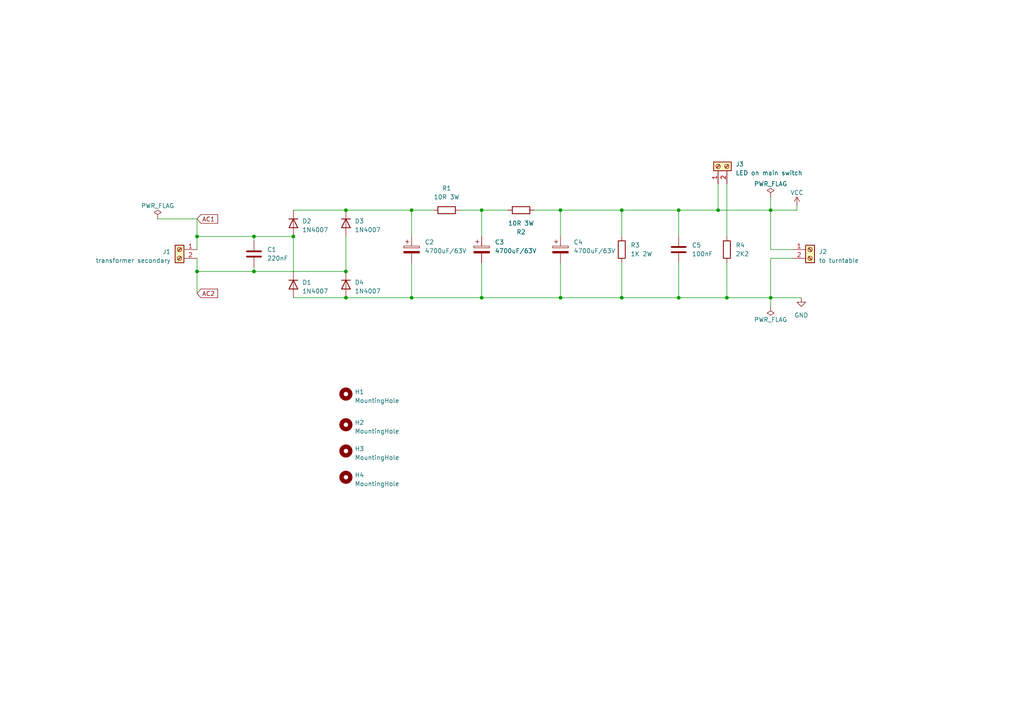
<source format=kicad_sch>
(kicad_sch (version 20231120) (generator "eeschema") (generator_version "8.0")
  (paper "A4")
  (title_block (title "PSU for Technics SL-1210MK2") (date "2024-04-18") (rev "4") (company "Deep Lake Audio") (comment 1 "original schematics by 6L6@diyaudio"))
  (lib_symbols
    (symbol "Connector:Screw_Terminal_01x02" (pin_names (offset 1.016) hide)
      (property "Reference" "J" (at 0 2.54 0))
      (property "Value" "Screw_Terminal_01x02" (at 0 -5.08 0))
      (symbol "Screw_Terminal_01x02_1_1"
        (rectangle (start -1.27 1.27) (end 1.27 -3.81) (stroke (width 0.254)) (fill (type background)))
        (circle (center 0 -2.54) (radius 0.635) (stroke (width 0.1524)))
        (polyline (pts (xy -0.5334 -2.2098) (xy 0.3302 -3.048)) (stroke (width 0.1524)))
        (polyline (pts (xy -0.5334 0.3302) (xy 0.3302 -0.508)) (stroke (width 0.1524)))
        (polyline (pts (xy -0.3556 -2.032) (xy 0.508 -2.8702)) (stroke (width 0.1524)))
        (polyline (pts (xy -0.3556 0.508) (xy 0.508 -0.3302)) (stroke (width 0.1524)))
        (circle (center 0 0) (radius 0.635) (stroke (width 0.1524)))
        (pin passive line (at -5.08 0 0) (length 3.81) (name "Pin_1") (number "1"))
        (pin passive line (at -5.08 -2.54 0) (length 3.81) (name "Pin_2") (number "2"))
      )
    )
    (symbol "Device:C" (pin_numbers hide) (pin_names (offset 0.254))
      (property "Reference" "C" (at 0.635 2.54 0))
      (property "Value" "C" (at 0.635 -2.54 0))
      (symbol "C_0_1"
        (polyline (pts (xy -2.032 -0.762) (xy 2.032 -0.762)) (stroke (width 0.508)))
        (polyline (pts (xy -2.032 0.762) (xy 2.032 0.762)) (stroke (width 0.508)))
      )
      (symbol "C_1_1"
        (pin passive line (at 0 3.81 270) (length 2.794) (name "~") (number "1"))
        (pin passive line (at 0 -3.81 90) (length 2.794) (name "~") (number "2"))
      )
    )
    (symbol "Device:C_Polarized" (pin_numbers hide) (pin_names (offset 0.254))
      (property "Reference" "C" (at 0.635 2.54 0))
      (property "Value" "C_Polarized" (at 0.635 -2.54 0))
      (symbol "C_Polarized_0_1"
        (rectangle (start -2.286 0.508) (end 2.286 1.016))
        (polyline (pts (xy -1.778 2.286) (xy -0.762 2.286)))
        (polyline (pts (xy -1.27 2.794) (xy -1.27 1.778)))
        (rectangle (start 2.286 -0.508) (end -2.286 -1.016) (fill (type outline)))
      )
      (symbol "C_Polarized_1_1"
        (pin passive line (at 0 3.81 270) (length 2.794) (name "~") (number "1"))
        (pin passive line (at 0 -3.81 90) (length 2.794) (name "~") (number "2"))
      )
    )
    (symbol "Device:R" (pin_numbers hide) (pin_names (offset 0))
      (property "Reference" "R" (at 2.032 0 90))
      (property "Value" "R" (at 0 0 90))
      (symbol "R_0_1"
        (rectangle (start -1.016 -2.54) (end 1.016 2.54) (stroke (width 0.254)))
      )
      (symbol "R_1_1"
        (pin passive line (at 0 3.81 270) (length 1.27) (name "~") (number "1"))
        (pin passive line (at 0 -3.81 90) (length 1.27) (name "~") (number "2"))
      )
    )
    (symbol "Diode:1N4007" (pin_numbers hide) (pin_names hide)
      (property "Reference" "D" (at 0 2.54 0))
      (property "Value" "1N4007" (at 0 -2.54 0))
      (symbol "1N4007_0_1"
        (polyline (pts (xy -1.27 1.27) (xy -1.27 -1.27)) (stroke (width 0.254)))
        (polyline (pts (xy 1.27 0) (xy -1.27 0)))
        (polyline (pts (xy 1.27 1.27) (xy 1.27 -1.27) (xy -1.27 0) (xy 1.27 1.27)) (stroke (width 0.254)))
      )
      (symbol "1N4007_1_1"
        (pin passive line (at -3.81 0 0) (length 2.54) (name "K") (number "1"))
        (pin passive line (at 3.81 0 180) (length 2.54) (name "A") (number "2"))
      )
    )
    (symbol "Mechanical:MountingHole" (pin_names (offset 1.016))
      (property "Reference" "H" (at 0 5.08 0))
      (property "Value" "MountingHole" (at 0 3.175 0))
      (symbol "MountingHole_0_1"
        (circle (center 0 0) (radius 1.27) (stroke (width 1.27)))
      )
    )
    (symbol "power:GND" (power) (pin_names (offset 0))
      (property "Value" "GND" (at 0 -3.81 0))
      (symbol "GND_0_1"
        (polyline (pts (xy 0 0) (xy 0 -1.27) (xy 1.27 -1.27) (xy 0 -2.54) (xy -1.27 -1.27) (xy 0 -1.27)))
      )
      (symbol "GND_1_1"
        (pin power_in line (at 0 0 270) (length 0) hide (name "GND") (number "1"))
      )
    )
    (symbol "power:PWR_FLAG" (power) (pin_numbers hide) (pin_names (offset 0) hide)
      (property "Value" "PWR_FLAG" (at 0 3.81 0))
      (symbol "PWR_FLAG_0_0"
        (pin power_out line (at 0 0 90) (length 0) (name "pwr") (number "1"))
      )
      (symbol "PWR_FLAG_0_1"
        (polyline (pts (xy 0 0) (xy 0 1.27) (xy -1.016 1.905) (xy 0 2.54) (xy 1.016 1.905) (xy 0 1.27)))
      )
    )
    (symbol "power:VCC" (power) (pin_names (offset 0))
      (property "Value" "VCC" (at 0 3.81 0))
      (symbol "VCC_0_1"
        (polyline (pts (xy -0.762 1.27) (xy 0 2.54)))
        (polyline (pts (xy 0 0) (xy 0 2.54)))
        (polyline (pts (xy 0 2.54) (xy 0.762 1.27)))
      )
      (symbol "VCC_1_1"
        (pin power_in line (at 0 0 90) (length 0) hide (name "VCC") (number "1"))
      )
    )
  )
  (junction (at 208.28 60.96))
  (junction (at 73.66 68.58))
  (junction (at 100.33 60.96))
  (junction (at 223.52 86.36))
  (junction (at 119.38 60.96))
  (junction (at 180.34 86.36))
  (junction (at 196.85 86.36))
  (junction (at 57.15 78.74))
  (junction (at 196.85 60.96))
  (junction (at 85.09 68.58))
  (junction (at 162.56 60.96))
  (junction (at 119.38 86.36))
  (junction (at 139.7 60.96))
  (junction (at 180.34 60.96))
  (junction (at 162.56 86.36))
  (junction (at 73.66 78.74))
  (junction (at 223.52 60.96))
  (junction (at 57.15 68.58))
  (junction (at 100.33 86.36))
  (junction (at 210.82 86.36))
  (junction (at 100.33 78.74))
  (junction (at 139.7 86.36))
  (wire (pts (xy 210.82 76.2) (xy 210.82 86.36)))
  (wire (pts (xy 139.7 76.2) (xy 139.7 86.36)))
  (wire (pts (xy 73.66 78.74) (xy 100.33 78.74)))
  (wire (pts (xy 223.52 60.96) (xy 223.52 72.39)))
  (wire (pts (xy 162.56 60.96) (xy 154.94 60.96)))
  (wire (pts (xy 162.56 76.2) (xy 162.56 86.36)))
  (wire (pts (xy 162.56 60.96) (xy 162.56 68.58)))
  (wire (pts (xy 180.34 86.36) (xy 162.56 86.36)))
  (wire (pts (xy 73.66 68.58) (xy 73.66 69.85)))
  (wire (pts (xy 196.85 76.2) (xy 196.85 86.36)))
  (wire (pts (xy 100.33 68.58) (xy 100.33 78.74)))
  (wire (pts (xy 223.52 72.39) (xy 229.87 72.39)))
  (wire (pts (xy 119.38 76.2) (xy 119.38 86.36)))
  (wire (pts (xy 223.52 74.93) (xy 229.87 74.93)))
  (wire (pts (xy 57.15 78.74) (xy 73.66 78.74)))
  (wire (pts (xy 119.38 86.36) (xy 100.33 86.36)))
  (wire (pts (xy 119.38 60.96) (xy 119.38 68.58)))
  (wire (pts (xy 139.7 86.36) (xy 119.38 86.36)))
  (wire (pts (xy 57.15 78.74) (xy 57.15 74.93)))
  (wire (pts (xy 73.66 77.47) (xy 73.66 78.74)))
  (wire (pts (xy 223.52 60.96) (xy 231.14 60.96)))
  (wire (pts (xy 180.34 86.36) (xy 196.85 86.36)))
  (wire (pts (xy 57.15 78.74) (xy 57.15 85.09)))
  (wire (pts (xy 73.66 68.58) (xy 85.09 68.58)))
  (wire (pts (xy 231.14 60.96) (xy 231.14 59.69)))
  (wire (pts (xy 180.34 76.2) (xy 180.34 86.36)))
  (wire (pts (xy 57.15 68.58) (xy 57.15 72.39)))
  (wire (pts (xy 180.34 68.58) (xy 180.34 60.96)))
  (wire (pts (xy 139.7 86.36) (xy 162.56 86.36)))
  (wire (pts (xy 210.82 86.36) (xy 223.52 86.36)))
  (wire (pts (xy 180.34 60.96) (xy 196.85 60.96)))
  (wire (pts (xy 223.52 57.15) (xy 223.52 60.96)))
  (wire (pts (xy 223.52 86.36) (xy 223.52 74.93)))
  (wire (pts (xy 139.7 60.96) (xy 147.32 60.96)))
  (wire (pts (xy 196.85 60.96) (xy 208.28 60.96)))
  (wire (pts (xy 139.7 60.96) (xy 139.7 68.58)))
  (wire (pts (xy 85.09 68.58) (xy 85.09 78.74)))
  (wire (pts (xy 223.52 86.36) (xy 223.52 88.9)))
  (wire (pts (xy 57.15 63.5) (xy 57.15 68.58)))
  (wire (pts (xy 210.82 53.34) (xy 210.82 68.58)))
  (wire (pts (xy 57.15 68.58) (xy 73.66 68.58)))
  (wire (pts (xy 45.72 63.5) (xy 57.15 63.5)))
  (wire (pts (xy 162.56 60.96) (xy 180.34 60.96)))
  (wire (pts (xy 119.38 60.96) (xy 125.73 60.96)))
  (wire (pts (xy 133.35 60.96) (xy 139.7 60.96)))
  (wire (pts (xy 223.52 86.36) (xy 232.41 86.36)))
  (wire (pts (xy 196.85 86.36) (xy 210.82 86.36)))
  (wire (pts (xy 100.33 60.96) (xy 119.38 60.96)))
  (wire (pts (xy 208.28 53.34) (xy 208.28 60.96)))
  (wire (pts (xy 196.85 60.96) (xy 196.85 68.58)))
  (wire (pts (xy 85.09 60.96) (xy 100.33 60.96)))
  (wire (pts (xy 208.28 60.96) (xy 223.52 60.96)))
  (wire (pts (xy 100.33 86.36) (xy 85.09 86.36)))
  (global_label "AC1" (shape input) (at 57.15 63.5 0) (property "Intersheetrefs" "${INTERSHEET_REFS}" (effects (hide yes))))
  (global_label "AC2" (shape input) (at 57.15 85.09 0) (property "Intersheetrefs" "${INTERSHEET_REFS}" (effects (hide yes))))
  (symbol (lib_id "power:PWR_FLAG") (at 223.52 88.9 0) (mirror x) (unit 1)
    (property "Reference" "#FLG04" (effects (hide yes)))
    (property "Value" "PWR_FLAG" (at 223.52 92.71 0))
  )
  (symbol (lib_id "Device:C") (at 196.85 72.39 0) (unit 1)
    (property "Reference" "C5" (at 200.66 71.1199 0) (effects (justify left)))
    (property "Value" "100nF" (at 200.66 73.6599 0) (effects (justify left)))
    (property "Footprint" "Capacitor_THT:C_Rect_L18.0mm_W6.0mm_P15.00mm_FKS3_FKP3" (effects (hide yes)))
  )
  (symbol (lib_id "Diode:1N4007") (at 85.09 64.77 270) (unit 1)
    (property "Reference" "D2" (at 87.63 64.135 90) (effects (justify left)))
    (property "Value" "1N4007" (at 87.63 66.675 90) (effects (justify left)))
    (property "Footprint" "Diode_THT:D_DO-41_SOD81_P10.16mm_Horizontal" (effects (hide yes)))
    (property "Datasheet" "http://www.vishay.com/docs/88503/1n4001.pdf" (effects (hide yes)))
    (property "Sim.Device" "D" (effects (hide yes)))
    (property "Sim.Pins" "1=K 2=A" (effects (hide yes)))
  )
  (symbol (lib_id "Diode:1N4007") (at 100.33 82.55 270) (unit 1)
    (property "Reference" "D4" (at 102.87 81.915 90) (effects (justify left)))
    (property "Value" "1N4007" (at 102.87 84.455 90) (effects (justify left)))
    (property "Footprint" "Diode_THT:D_DO-41_SOD81_P10.16mm_Horizontal" (effects (hide yes)))
    (property "Datasheet" "http://www.vishay.com/docs/88503/1n4001.pdf" (effects (hide yes)))
    (property "Sim.Device" "D" (effects (hide yes)))
    (property "Sim.Pins" "1=K 2=A" (effects (hide yes)))
  )
  (symbol (lib_id "Mechanical:MountingHole") (at 100.33 114.3 0) (unit 1)
    (property "Reference" "H1" (at 102.87 113.665 0) (effects (justify left)))
    (property "Value" "MountingHole" (at 102.87 116.205 0) (effects (justify left)))
    (property "Footprint" "MountingHole:MountingHole_3.2mm_M3" (effects (hide yes)))
  )
  (symbol (lib_id "Device:C_Polarized") (at 119.38 72.39 0) (unit 1)
    (property "Reference" "C2" (at 123.19 70.2309 0) (effects (justify left)))
    (property "Value" "4700uF/63V" (at 123.19 72.7709 0) (effects (justify left)))
    (property "Footprint" "Capacitor_THT:CP_Radial_D26.0mm_P10.00mm_SnapIn" (effects (hide yes)))
  )
  (symbol (lib_id "Device:R") (at 151.13 60.96 90) (unit 1)
    (property "Reference" "R2" (at 151.13 67.31 90))
    (property "Value" "10R 3W" (at 151.13 64.77 90))
    (property "Footprint" "Resistor_THT:R_Axial_Power_L25.0mm_W9.0mm_P7.62mm_Vertical" (effects (hide yes)))
  )
  (symbol (lib_id "Device:C_Polarized") (at 162.56 72.39 0) (unit 1)
    (property "Reference" "C4" (at 166.37 70.2309 0) (effects (justify left)))
    (property "Value" "4700uF/63V" (at 166.37 72.7709 0) (effects (justify left)))
    (property "Footprint" "Capacitor_THT:CP_Radial_D26.0mm_P10.00mm_SnapIn" (effects (hide yes)))
  )
  (symbol (lib_id "Device:R") (at 180.34 72.39 0) (unit 1)
    (property "Reference" "R3" (at 182.88 71.1199 0) (effects (justify left)))
    (property "Value" "1K 2W" (at 182.88 73.6599 0) (effects (justify left)))
    (property "Footprint" "Resistor_THT:R_Axial_Power_L20.0mm_W6.4mm_P5.08mm_Vertical" (effects (hide yes)))
  )
  (symbol (lib_id "power:PWR_FLAG") (at 223.52 57.15 0) (unit 1)
    (property "Reference" "#FLG03" (effects (hide yes)))
    (property "Value" "PWR_FLAG" (at 223.52 53.34 0))
  )
  (symbol (lib_id "Device:R") (at 129.54 60.96 90) (mirror x) (unit 1)
    (property "Reference" "R1" (at 129.54 54.61 90))
    (property "Value" "10R 3W" (at 129.54 57.15 90))
    (property "Footprint" "Resistor_THT:R_Axial_Power_L25.0mm_W9.0mm_P7.62mm_Vertical" (effects (hide yes)))
  )
  (symbol (lib_id "Mechanical:MountingHole") (at 100.33 138.43 0) (unit 1)
    (property "Reference" "H4" (at 102.87 137.795 0) (effects (justify left)))
    (property "Value" "MountingHole" (at 102.87 140.335 0) (effects (justify left)))
    (property "Footprint" "MountingHole:MountingHole_3.2mm_M3" (effects (hide yes)))
  )
  (symbol (lib_id "Diode:1N4007") (at 100.33 64.77 270) (unit 1)
    (property "Reference" "D3" (at 102.87 64.135 90) (effects (justify left)))
    (property "Value" "1N4007" (at 102.87 66.675 90) (effects (justify left)))
    (property "Footprint" "Diode_THT:D_DO-41_SOD81_P10.16mm_Horizontal" (effects (hide yes)))
    (property "Datasheet" "http://www.vishay.com/docs/88503/1n4001.pdf" (effects (hide yes)))
    (property "Sim.Device" "D" (effects (hide yes)))
    (property "Sim.Pins" "1=K 2=A" (effects (hide yes)))
  )
  (symbol (lib_id "Diode:1N4007") (at 85.09 82.55 270) (unit 1)
    (property "Reference" "D1" (at 87.63 81.915 90) (effects (justify left)))
    (property "Value" "1N4007" (at 87.63 84.455 90) (effects (justify left)))
    (property "Footprint" "Diode_THT:D_DO-41_SOD81_P10.16mm_Horizontal" (effects (hide yes)))
    (property "Datasheet" "http://www.vishay.com/docs/88503/1n4001.pdf" (effects (hide yes)))
    (property "Sim.Device" "D" (effects (hide yes)))
    (property "Sim.Pins" "1=K 2=A" (effects (hide yes)))
  )
  (symbol (lib_id "Device:C_Polarized") (at 139.7 72.39 0) (unit 1)
    (property "Reference" "C3" (at 143.51 70.2309 0) (effects (justify left)))
    (property "Value" "4700uF/63V" (at 143.51 72.7709 0) (effects (justify left)))
    (property "Footprint" "Capacitor_THT:CP_Radial_D26.0mm_P10.00mm_SnapIn" (effects (hide yes)))
  )
  (symbol (lib_id "Device:R") (at 210.82 72.39 0) (unit 1)
    (property "Reference" "R4" (at 213.36 71.1199 0) (effects (justify left)))
    (property "Value" "2K2" (at 213.36 73.6599 0) (effects (justify left)))
    (property "Footprint" "Resistor_THT:R_Axial_DIN0414_L11.9mm_D4.5mm_P5.08mm_Vertical" (effects (hide yes)))
  )
  (symbol (lib_id "power:GND") (at 232.41 86.36 0) (unit 1)
    (property "Reference" "#PWR04" (effects (hide yes)))
    (property "Value" "GND" (at 232.41 91.44 0))
  )
  (symbol (lib_id "Mechanical:MountingHole") (at 100.33 123.19 0) (unit 1)
    (property "Reference" "H2" (at 102.87 122.555 0) (effects (justify left)))
    (property "Value" "MountingHole" (at 102.87 125.095 0) (effects (justify left)))
    (property "Footprint" "MountingHole:MountingHole_3.2mm_M3" (effects (hide yes)))
  )
  (symbol (lib_id "power:PWR_FLAG") (at 45.72 63.5 0) (unit 1)
    (property "Reference" "#FLG01" (effects (hide yes)))
    (property "Value" "PWR_FLAG" (at 45.72 59.69 0))
  )
  (symbol (lib_id "power:VCC") (at 231.14 59.69 0) (unit 1)
    (property "Reference" "#PWR03" (effects (hide yes)))
    (property "Value" "VCC" (at 231.14 55.88 0))
  )
  (symbol (lib_id "Connector:Screw_Terminal_01x02") (at 52.07 72.39 0) (mirror y) (unit 1)
    (property "Reference" "J1" (at 49.53 73.025 0) (effects (justify left)))
    (property "Value" "transformer secondary" (at 49.53 75.565 0) (effects (justify left)))
    (property "Footprint" "TerminalBlock_RND:TerminalBlock_RND_205-00067_1x02_P7.50mm_Horizontal" (effects (hide yes)))
  )
  (symbol (lib_id "Mechanical:MountingHole") (at 100.33 130.81 0) (unit 1)
    (property "Reference" "H3" (at 102.87 130.175 0) (effects (justify left)))
    (property "Value" "MountingHole" (at 102.87 132.715 0) (effects (justify left)))
    (property "Footprint" "MountingHole:MountingHole_3.2mm_M3" (effects (hide yes)))
  )
  (symbol (lib_id "Connector:Screw_Terminal_01x02") (at 234.95 72.39 0) (unit 1)
    (property "Reference" "J2" (at 237.49 73.025 0) (effects (justify left)))
    (property "Value" "to turntable" (at 237.49 75.565 0) (effects (justify left)))
    (property "Footprint" "TerminalBlock_RND:TerminalBlock_RND_205-00067_1x02_P7.50mm_Horizontal" (effects (hide yes)))
  )
  (symbol (lib_id "Device:C") (at 73.66 73.66 0) (unit 1)
    (property "Reference" "C1" (at 77.47 72.3899 0) (effects (justify left)))
    (property "Value" "220nF" (at 77.47 74.9299 0) (effects (justify left)))
    (property "Footprint" "Capacitor_THT:C_Rect_L26.5mm_W6.0mm_P22.50mm_MKS4" (effects (hide yes)))
  )
  (symbol (lib_id "Connector:Screw_Terminal_01x02") (at 208.28 48.26 90) (unit 1)
    (property "Reference" "J3" (at 213.36 47.625 90) (effects (justify right)))
    (property "Value" "LED on main switch" (at 213.36 50.165 90) (effects (justify right)))
    (property "Footprint" "TerminalBlock_RND:TerminalBlock_RND_205-00067_1x02_P7.50mm_Horizontal" (effects (hide yes)))
  )
)
</source>
